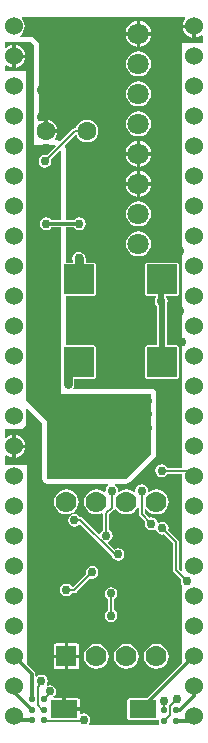
<source format=gtl>
G04 Layer_Physical_Order=1*
G04 Layer_Color=2232046*
%FSLAX24Y24*%
%MOIN*%
G70*
G01*
G75*
G04:AMPARAMS|DCode=10|XSize=20mil|YSize=20mil|CornerRadius=5mil|HoleSize=0mil|Usage=FLASHONLY|Rotation=270.000|XOffset=0mil|YOffset=0mil|HoleType=Round|Shape=RoundedRectangle|*
%AMROUNDEDRECTD10*
21,1,0.0200,0.0100,0,0,270.0*
21,1,0.0100,0.0200,0,0,270.0*
1,1,0.0100,-0.0050,-0.0050*
1,1,0.0100,-0.0050,0.0050*
1,1,0.0100,0.0050,0.0050*
1,1,0.0100,0.0050,-0.0050*
%
%ADD10ROUNDEDRECTD10*%
%ADD11R,0.0906X0.0591*%
%ADD12R,0.0984X0.0984*%
%ADD13C,0.0079*%
%ADD14C,0.0118*%
%ADD15C,0.0295*%
%ADD16C,0.0197*%
%ADD17C,0.0600*%
%ADD18C,0.0630*%
%ADD19C,0.0709*%
%ADD20R,0.0700X0.0700*%
%ADD21C,0.0700*%
%ADD22C,0.0295*%
G36*
X32677Y42362D02*
Y39055D01*
X33374D01*
X33393Y39009D01*
X33089Y38704D01*
X33031Y38716D01*
X32950Y38700D01*
X32882Y38654D01*
X32836Y38585D01*
X32820Y38504D01*
X32836Y38423D01*
X32882Y38354D01*
X32950Y38308D01*
X33031Y38292D01*
X33113Y38308D01*
X33181Y38354D01*
X33227Y38423D01*
X33243Y38504D01*
X33232Y38561D01*
X33536Y38866D01*
X33583Y38847D01*
Y36539D01*
X33239D01*
X33221Y36567D01*
X33152Y36613D01*
X33071Y36629D01*
X32990Y36613D01*
X32921Y36567D01*
X32875Y36498D01*
X32859Y36417D01*
X32875Y36336D01*
X32921Y36268D01*
X32990Y36222D01*
X33071Y36206D01*
X33152Y36222D01*
X33221Y36268D01*
X33239Y36296D01*
X33583D01*
Y31452D01*
X33578Y31427D01*
Y31073D01*
X33583Y31048D01*
Y30748D01*
X36575D01*
Y28740D01*
X35748Y27913D01*
X33110Y27913D01*
X33110Y29843D01*
X32402Y30551D01*
Y41260D01*
Y41496D01*
X31701D01*
Y41689D01*
X31751Y41714D01*
X31809Y41669D01*
X31901Y41631D01*
X31941Y41626D01*
Y42000D01*
Y42374D01*
X31901Y42369D01*
X31809Y42331D01*
X31751Y42286D01*
X31701Y42311D01*
Y42480D01*
X32559D01*
X32677Y42362D01*
D02*
G37*
G36*
X37714Y43249D02*
X37669Y43191D01*
X37631Y43099D01*
X37626Y43059D01*
X38000D01*
Y43000D01*
X38059D01*
Y42626D01*
X38099Y42631D01*
X38191Y42669D01*
X38249Y42714D01*
X38299Y42689D01*
Y42441D01*
X37598D01*
Y28290D01*
X37111D01*
X37079Y28339D01*
X37010Y28385D01*
X36929Y28401D01*
X36848Y28385D01*
X36779Y28339D01*
X36734Y28270D01*
X36717Y28189D01*
X36734Y28108D01*
X36779Y28039D01*
X36848Y27993D01*
X36929Y27977D01*
X37010Y27993D01*
X37079Y28039D01*
X37111Y28088D01*
X37598D01*
Y24877D01*
X37552Y24858D01*
X37503Y24907D01*
Y25817D01*
X37495Y25856D01*
X37473Y25889D01*
X37149Y26213D01*
X37161Y26270D01*
X37144Y26351D01*
X37099Y26419D01*
X37030Y26465D01*
X36949Y26481D01*
X36868Y26465D01*
X36833Y26442D01*
X36777Y26465D01*
X36770Y26498D01*
X36725Y26567D01*
X36656Y26613D01*
X36575Y26629D01*
X36518Y26618D01*
X36361Y26774D01*
Y26901D01*
X36411Y26918D01*
X36458Y26858D01*
X36543Y26792D01*
X36643Y26751D01*
X36750Y26736D01*
X36857Y26751D01*
X36957Y26792D01*
X37042Y26858D01*
X37108Y26943D01*
X37149Y27043D01*
X37164Y27150D01*
X37149Y27257D01*
X37108Y27357D01*
X37042Y27442D01*
X36957Y27508D01*
X36857Y27549D01*
X36750Y27564D01*
X36643Y27549D01*
X36543Y27508D01*
X36516Y27487D01*
X36471Y27516D01*
X36472Y27520D01*
X36455Y27601D01*
X36410Y27669D01*
X36341Y27715D01*
X36260Y27731D01*
X36179Y27715D01*
X36110Y27669D01*
X36064Y27601D01*
X36048Y27520D01*
X36053Y27498D01*
X36007Y27469D01*
X35957Y27508D01*
X35857Y27549D01*
X35750Y27564D01*
X35643Y27549D01*
X35543Y27508D01*
X35517Y27488D01*
X35475Y27514D01*
X35476Y27520D01*
X35460Y27601D01*
X35414Y27669D01*
X35364Y27703D01*
X35379Y27753D01*
X35748D01*
X35809Y27765D01*
X35862Y27800D01*
X35862Y27800D01*
X36688Y28627D01*
X36723Y28679D01*
X36735Y28740D01*
X36735Y28740D01*
Y30748D01*
X36723Y30809D01*
X36688Y30862D01*
X36636Y30896D01*
X36575Y30909D01*
X33989D01*
X33963Y30959D01*
X33985Y30992D01*
X34001Y31073D01*
Y31254D01*
X34665D01*
X34711Y31273D01*
X34730Y31319D01*
Y32303D01*
X34711Y32349D01*
X34665Y32368D01*
X33743D01*
Y34010D01*
X34665D01*
X34711Y34029D01*
X34730Y34075D01*
Y35059D01*
X34711Y35105D01*
X34665Y35124D01*
X34385D01*
Y35246D01*
X34385Y35246D01*
X34369Y35327D01*
X34323Y35396D01*
X34303Y35415D01*
X34235Y35461D01*
X34154Y35477D01*
X34073Y35461D01*
X34004Y35415D01*
X33958Y35347D01*
X33942Y35266D01*
X33958Y35185D01*
X33962Y35179D01*
Y35124D01*
X33743D01*
Y36296D01*
X34005D01*
X34024Y36268D01*
X34092Y36222D01*
X34173Y36206D01*
X34254Y36222D01*
X34323Y36268D01*
X34369Y36336D01*
X34385Y36417D01*
X34369Y36498D01*
X34323Y36567D01*
X34254Y36613D01*
X34173Y36629D01*
X34092Y36613D01*
X34024Y36567D01*
X34005Y36539D01*
X33743D01*
Y38847D01*
X33731Y38908D01*
X33696Y38960D01*
X33689Y38968D01*
X33685Y39014D01*
X34044Y39373D01*
X34093Y39363D01*
X34111Y39319D01*
X34172Y39240D01*
X34250Y39180D01*
X34341Y39143D01*
X34439Y39130D01*
X34537Y39143D01*
X34628Y39180D01*
X34706Y39240D01*
X34766Y39319D01*
X34804Y39410D01*
X34817Y39508D01*
X34804Y39606D01*
X34766Y39697D01*
X34706Y39775D01*
X34628Y39835D01*
X34537Y39873D01*
X34439Y39886D01*
X34341Y39873D01*
X34250Y39835D01*
X34172Y39775D01*
X34111Y39697D01*
X34075Y39609D01*
X34035D01*
X33997Y39601D01*
X33964Y39580D01*
X33550Y39166D01*
X33488Y39169D01*
X33436Y39203D01*
X33393Y39212D01*
X33372Y39254D01*
X33371Y39266D01*
X33405Y39309D01*
X33445Y39405D01*
X33450Y39449D01*
X33061D01*
Y39508D01*
X33002D01*
Y39897D01*
X32958Y39891D01*
X32888Y39862D01*
X32838Y39892D01*
Y42362D01*
X32838Y42362D01*
X32826Y42424D01*
X32791Y42476D01*
X32791Y42476D01*
X32673Y42594D01*
X32620Y42629D01*
X32559Y42641D01*
X32559Y42641D01*
X32202D01*
X32191Y42665D01*
X32189Y42691D01*
X32257Y42743D01*
X32314Y42818D01*
X32351Y42906D01*
X32363Y43000D01*
X32351Y43094D01*
X32314Y43182D01*
X32262Y43249D01*
X32275Y43299D01*
X37689D01*
X37714Y43249D01*
D02*
G37*
G36*
X32950Y29776D02*
X32950Y27913D01*
X32962Y27852D01*
X32997Y27800D01*
X33049Y27765D01*
X33110Y27753D01*
X35149Y27753D01*
X35164Y27703D01*
X35114Y27669D01*
X35068Y27601D01*
X35052Y27520D01*
X35057Y27494D01*
X35012Y27466D01*
X34957Y27508D01*
X34857Y27549D01*
X34750Y27564D01*
X34643Y27549D01*
X34543Y27508D01*
X34458Y27442D01*
X34392Y27357D01*
X34351Y27257D01*
X34336Y27150D01*
X34351Y27043D01*
X34392Y26943D01*
X34458Y26858D01*
X34543Y26792D01*
X34643Y26751D01*
X34750Y26736D01*
X34857Y26751D01*
X34929Y26780D01*
X34934Y26779D01*
X34977Y26747D01*
Y26206D01*
X34929Y26173D01*
X34883Y26105D01*
X34878Y26080D01*
X34830Y26066D01*
X34289Y26607D01*
X34256Y26629D01*
X34218Y26637D01*
X34198D01*
X34165Y26685D01*
X34097Y26731D01*
X34016Y26747D01*
X33970Y26738D01*
X33946Y26733D01*
X33931Y26781D01*
X33957Y26792D01*
X34042Y26858D01*
X34108Y26943D01*
X34149Y27043D01*
X34164Y27150D01*
X34149Y27257D01*
X34108Y27357D01*
X34042Y27442D01*
X33957Y27508D01*
X33857Y27549D01*
X33750Y27564D01*
X33643Y27549D01*
X33543Y27508D01*
X33458Y27442D01*
X33392Y27357D01*
X33351Y27257D01*
X33336Y27150D01*
X33351Y27043D01*
X33392Y26943D01*
X33458Y26858D01*
X33543Y26792D01*
X33643Y26751D01*
X33750Y26736D01*
X33857Y26751D01*
X33902Y26769D01*
X33925Y26725D01*
X33905Y26711D01*
X33866Y26685D01*
X33820Y26616D01*
X33804Y26535D01*
X33820Y26454D01*
X33866Y26386D01*
X33935Y26340D01*
X34016Y26324D01*
X34097Y26340D01*
X34165Y26386D01*
X34167Y26388D01*
X34217Y26393D01*
X35272Y25338D01*
X35277Y25313D01*
X35323Y25244D01*
X35391Y25198D01*
X35472Y25182D01*
X35553Y25198D01*
X35622Y25244D01*
X35668Y25313D01*
X35684Y25394D01*
X35668Y25475D01*
X35622Y25543D01*
X35553Y25589D01*
X35472Y25605D01*
X35391Y25589D01*
X35341Y25555D01*
X35121Y25775D01*
X35135Y25823D01*
X35160Y25828D01*
X35228Y25874D01*
X35274Y25943D01*
X35290Y26024D01*
X35274Y26105D01*
X35228Y26173D01*
X35180Y26206D01*
Y26730D01*
X35336Y26885D01*
X35353Y26912D01*
X35385Y26920D01*
X35409Y26921D01*
X35458Y26858D01*
X35543Y26792D01*
X35643Y26751D01*
X35750Y26736D01*
X35857Y26751D01*
X35957Y26792D01*
X36042Y26858D01*
X36108Y26943D01*
X36109Y26944D01*
X36159Y26934D01*
Y26732D01*
X36166Y26694D01*
X36188Y26661D01*
X36374Y26474D01*
X36363Y26417D01*
X36379Y26336D01*
X36425Y26268D01*
X36494Y26222D01*
X36575Y26206D01*
X36656Y26222D01*
X36691Y26245D01*
X36747Y26222D01*
X36753Y26189D01*
X36799Y26120D01*
X36868Y26074D01*
X36949Y26058D01*
X37006Y26069D01*
X37300Y25775D01*
Y24865D01*
X37308Y24826D01*
X37330Y24794D01*
X37567Y24556D01*
X37556Y24499D01*
X37572Y24418D01*
X37598Y24379D01*
Y21770D01*
X36425Y20596D01*
X35846D01*
X35801Y20577D01*
X35782Y20531D01*
Y19941D01*
X35801Y19895D01*
X35846Y19876D01*
X36752D01*
X36793Y19893D01*
X36843Y19874D01*
Y19793D01*
X36851Y19751D01*
X36851Y19750D01*
X36824Y19701D01*
X34516D01*
X34493Y19751D01*
X34526Y19801D01*
X34542Y19882D01*
X34526Y19963D01*
X34480Y20032D01*
X34412Y20077D01*
X34331Y20094D01*
X34250Y20077D01*
X34239Y20070D01*
X34194Y20094D01*
Y20177D01*
X33661D01*
Y20236D01*
X33602D01*
Y20612D01*
X33331D01*
X33316Y20662D01*
X33339Y20677D01*
X33385Y20746D01*
X33401Y20827D01*
X33385Y20908D01*
X33339Y20976D01*
X33270Y21022D01*
X33189Y21038D01*
X33119Y21024D01*
X33093Y21051D01*
X33086Y21065D01*
X33109Y21100D01*
X33125Y21181D01*
X33109Y21262D01*
X33063Y21331D01*
X32994Y21377D01*
X32913Y21393D01*
X32832Y21377D01*
X32764Y21331D01*
X32757Y21321D01*
X32707Y21336D01*
Y21415D01*
X32698Y21461D01*
X32671Y21500D01*
X32671Y21500D01*
X32441Y21731D01*
Y28386D01*
X31701D01*
Y28689D01*
X31751Y28714D01*
X31809Y28669D01*
X31901Y28631D01*
X31941Y28626D01*
Y29000D01*
Y29374D01*
X31901Y29369D01*
X31809Y29331D01*
X31751Y29286D01*
X31701Y29311D01*
Y29567D01*
X32283D01*
X32402Y29685D01*
Y30259D01*
X32448Y30278D01*
X32950Y29776D01*
D02*
G37*
%LPC*%
G36*
X32059Y42374D02*
Y42059D01*
X32374D01*
X32369Y42099D01*
X32331Y42191D01*
X32270Y42270D01*
X32191Y42331D01*
X32099Y42369D01*
X32059Y42374D01*
D02*
G37*
G36*
X32374Y41941D02*
X32059D01*
Y41626D01*
X32099Y41631D01*
X32191Y41669D01*
X32270Y41730D01*
X32331Y41809D01*
X32369Y41901D01*
X32374Y41941D01*
D02*
G37*
G36*
X36150Y37168D02*
X36042Y37154D01*
X35941Y37112D01*
X35854Y37045D01*
X35788Y36959D01*
X35746Y36858D01*
X35732Y36750D01*
X35746Y36642D01*
X35788Y36541D01*
X35854Y36454D01*
X35941Y36388D01*
X36042Y36346D01*
X36150Y36332D01*
X36258Y36346D01*
X36359Y36388D01*
X36446Y36454D01*
X36512Y36541D01*
X36554Y36642D01*
X36568Y36750D01*
X36554Y36858D01*
X36512Y36959D01*
X36446Y37045D01*
X36359Y37112D01*
X36258Y37154D01*
X36150Y37168D01*
D02*
G37*
G36*
X36091Y37691D02*
X35721D01*
X35728Y37637D01*
X35772Y37532D01*
X35841Y37441D01*
X35932Y37372D01*
X36037Y37328D01*
X36091Y37321D01*
Y37691D01*
D02*
G37*
G36*
X36150Y36168D02*
X36042Y36154D01*
X35941Y36112D01*
X35854Y36045D01*
X35788Y35959D01*
X35746Y35858D01*
X35732Y35750D01*
X35746Y35642D01*
X35788Y35541D01*
X35854Y35454D01*
X35941Y35388D01*
X36042Y35346D01*
X36150Y35332D01*
X36258Y35346D01*
X36359Y35388D01*
X36446Y35454D01*
X36512Y35541D01*
X36554Y35642D01*
X36568Y35750D01*
X36554Y35858D01*
X36512Y35959D01*
X36446Y36045D01*
X36359Y36112D01*
X36258Y36154D01*
X36150Y36168D01*
D02*
G37*
G36*
X37421Y35124D02*
X36437D01*
X36391Y35105D01*
X36372Y35059D01*
Y34075D01*
X36391Y34029D01*
X36437Y34010D01*
X36748D01*
Y33961D01*
X36714Y33910D01*
X36698Y33829D01*
X36714Y33748D01*
X36760Y33679D01*
X36768Y33674D01*
Y32368D01*
X36437D01*
X36391Y32349D01*
X36372Y32303D01*
Y31319D01*
X36391Y31273D01*
X36437Y31254D01*
X37421D01*
X37467Y31273D01*
X37486Y31319D01*
Y32303D01*
X37467Y32349D01*
X37421Y32368D01*
X37091D01*
Y33726D01*
X37105Y33748D01*
X37121Y33829D01*
X37105Y33910D01*
X37071Y33961D01*
Y34010D01*
X37421D01*
X37467Y34029D01*
X37486Y34075D01*
Y35059D01*
X37467Y35105D01*
X37421Y35124D01*
D02*
G37*
G36*
X36579Y37691D02*
X36209D01*
Y37321D01*
X36263Y37328D01*
X36368Y37372D01*
X36459Y37441D01*
X36528Y37532D01*
X36572Y37637D01*
X36579Y37691D01*
D02*
G37*
G36*
X36091Y42691D02*
X35721D01*
X35728Y42637D01*
X35772Y42532D01*
X35841Y42441D01*
X35932Y42372D01*
X36037Y42328D01*
X36091Y42321D01*
Y42691D01*
D02*
G37*
G36*
X36150Y42168D02*
X36042Y42154D01*
X35941Y42112D01*
X35854Y42045D01*
X35788Y41959D01*
X35746Y41858D01*
X35732Y41750D01*
X35746Y41642D01*
X35788Y41541D01*
X35854Y41455D01*
X35941Y41388D01*
X36042Y41346D01*
X36150Y41332D01*
X36258Y41346D01*
X36359Y41388D01*
X36446Y41455D01*
X36512Y41541D01*
X36554Y41642D01*
X36568Y41750D01*
X36554Y41858D01*
X36512Y41959D01*
X36446Y42045D01*
X36359Y42112D01*
X36258Y42154D01*
X36150Y42168D01*
D02*
G37*
G36*
X36091Y43179D02*
X36037Y43172D01*
X35932Y43128D01*
X35841Y43059D01*
X35772Y42968D01*
X35728Y42863D01*
X35721Y42809D01*
X36091D01*
Y43179D01*
D02*
G37*
G36*
X36209D02*
Y42809D01*
X36579D01*
X36572Y42863D01*
X36528Y42968D01*
X36459Y43059D01*
X36368Y43128D01*
X36263Y43172D01*
X36209Y43179D01*
D02*
G37*
G36*
X36579Y42691D02*
X36209D01*
Y42321D01*
X36263Y42328D01*
X36368Y42372D01*
X36459Y42441D01*
X36528Y42532D01*
X36572Y42637D01*
X36579Y42691D01*
D02*
G37*
G36*
X37941Y42941D02*
X37626D01*
X37631Y42901D01*
X37669Y42809D01*
X37730Y42730D01*
X37809Y42669D01*
X37901Y42631D01*
X37941Y42626D01*
Y42941D01*
D02*
G37*
G36*
X36150Y41168D02*
X36042Y41154D01*
X35941Y41112D01*
X35854Y41045D01*
X35788Y40959D01*
X35746Y40858D01*
X35732Y40750D01*
X35746Y40642D01*
X35788Y40541D01*
X35854Y40454D01*
X35941Y40388D01*
X36042Y40346D01*
X36150Y40332D01*
X36258Y40346D01*
X36359Y40388D01*
X36446Y40454D01*
X36512Y40541D01*
X36554Y40642D01*
X36568Y40750D01*
X36554Y40858D01*
X36512Y40959D01*
X36446Y41045D01*
X36359Y41112D01*
X36258Y41154D01*
X36150Y41168D01*
D02*
G37*
G36*
X36091Y38691D02*
X35721D01*
X35728Y38637D01*
X35772Y38532D01*
X35841Y38441D01*
X35932Y38372D01*
X36037Y38328D01*
X36091Y38321D01*
Y38691D01*
D02*
G37*
G36*
X36579D02*
X36209D01*
Y38321D01*
X36263Y38328D01*
X36368Y38372D01*
X36459Y38441D01*
X36528Y38532D01*
X36572Y38637D01*
X36579Y38691D01*
D02*
G37*
G36*
X36091Y38179D02*
X36037Y38172D01*
X35932Y38128D01*
X35841Y38059D01*
X35772Y37968D01*
X35728Y37863D01*
X35721Y37809D01*
X36091D01*
Y38179D01*
D02*
G37*
G36*
X36209D02*
Y37809D01*
X36579D01*
X36572Y37863D01*
X36528Y37968D01*
X36459Y38059D01*
X36368Y38128D01*
X36263Y38172D01*
X36209Y38179D01*
D02*
G37*
G36*
X36150Y40168D02*
X36042Y40154D01*
X35941Y40112D01*
X35854Y40045D01*
X35788Y39959D01*
X35746Y39858D01*
X35732Y39750D01*
X35746Y39642D01*
X35788Y39541D01*
X35854Y39454D01*
X35941Y39388D01*
X36042Y39346D01*
X36150Y39332D01*
X36258Y39346D01*
X36359Y39388D01*
X36446Y39454D01*
X36512Y39541D01*
X36554Y39642D01*
X36568Y39750D01*
X36554Y39858D01*
X36512Y39959D01*
X36446Y40045D01*
X36359Y40112D01*
X36258Y40154D01*
X36150Y40168D01*
D02*
G37*
G36*
X33120Y39897D02*
Y39567D01*
X33450D01*
X33445Y39611D01*
X33405Y39706D01*
X33342Y39789D01*
X33260Y39852D01*
X33164Y39891D01*
X33120Y39897D01*
D02*
G37*
G36*
X36091Y39179D02*
X36037Y39172D01*
X35932Y39128D01*
X35841Y39059D01*
X35772Y38968D01*
X35728Y38863D01*
X35721Y38809D01*
X36091D01*
Y39179D01*
D02*
G37*
G36*
X36209D02*
Y38809D01*
X36579D01*
X36572Y38863D01*
X36528Y38968D01*
X36459Y39059D01*
X36368Y39128D01*
X36263Y39172D01*
X36209Y39179D01*
D02*
G37*
G36*
X32374Y28941D02*
X32059D01*
Y28626D01*
X32099Y28631D01*
X32191Y28669D01*
X32270Y28730D01*
X32331Y28809D01*
X32369Y28901D01*
X32374Y28941D01*
D02*
G37*
G36*
X34606Y25015D02*
X34525Y24999D01*
X34457Y24953D01*
X34411Y24884D01*
X34395Y24803D01*
X34406Y24746D01*
X33974Y24314D01*
X33922D01*
X33890Y24362D01*
X33821Y24408D01*
X33740Y24424D01*
X33659Y24408D01*
X33590Y24362D01*
X33545Y24294D01*
X33528Y24213D01*
X33545Y24132D01*
X33590Y24063D01*
X33659Y24017D01*
X33740Y24001D01*
X33821Y24017D01*
X33890Y24063D01*
X33922Y24111D01*
X34016D01*
X34055Y24119D01*
X34087Y24141D01*
X34549Y24603D01*
X34606Y24591D01*
X34687Y24608D01*
X34756Y24653D01*
X34802Y24722D01*
X34818Y24803D01*
X34802Y24884D01*
X34756Y24953D01*
X34687Y24999D01*
X34606Y25015D01*
D02*
G37*
G36*
X32059Y29374D02*
Y29059D01*
X32374D01*
X32369Y29099D01*
X32331Y29191D01*
X32270Y29270D01*
X32191Y29331D01*
X32099Y29369D01*
X32059Y29374D01*
D02*
G37*
G36*
X34180Y21941D02*
X33809D01*
Y21570D01*
X34100D01*
X34131Y21576D01*
X34157Y21593D01*
X34174Y21619D01*
X34180Y21650D01*
Y21941D01*
D02*
G37*
G36*
X34750Y22414D02*
X34643Y22399D01*
X34543Y22358D01*
X34458Y22292D01*
X34392Y22207D01*
X34351Y22107D01*
X34336Y22000D01*
X34351Y21893D01*
X34392Y21793D01*
X34458Y21708D01*
X34543Y21642D01*
X34643Y21601D01*
X34750Y21586D01*
X34857Y21601D01*
X34957Y21642D01*
X35042Y21708D01*
X35108Y21793D01*
X35149Y21893D01*
X35164Y22000D01*
X35149Y22107D01*
X35108Y22207D01*
X35042Y22292D01*
X34957Y22358D01*
X34857Y22399D01*
X34750Y22414D01*
D02*
G37*
G36*
X34114Y20612D02*
X33720D01*
Y20295D01*
X34194D01*
Y20531D01*
X34188Y20562D01*
X34171Y20588D01*
X34145Y20606D01*
X34114Y20612D01*
D02*
G37*
G36*
X33691Y21941D02*
X33320D01*
Y21650D01*
X33326Y21619D01*
X33343Y21593D01*
X33369Y21576D01*
X33400Y21570D01*
X33691D01*
Y21941D01*
D02*
G37*
G36*
X35750Y22414D02*
X35643Y22399D01*
X35543Y22358D01*
X35458Y22292D01*
X35392Y22207D01*
X35351Y22107D01*
X35336Y22000D01*
X35351Y21893D01*
X35392Y21793D01*
X35458Y21708D01*
X35543Y21642D01*
X35643Y21601D01*
X35750Y21586D01*
X35857Y21601D01*
X35957Y21642D01*
X36042Y21708D01*
X36108Y21793D01*
X36149Y21893D01*
X36164Y22000D01*
X36149Y22107D01*
X36108Y22207D01*
X36042Y22292D01*
X35957Y22358D01*
X35857Y22399D01*
X35750Y22414D01*
D02*
G37*
G36*
X34100Y22430D02*
X33809D01*
Y22059D01*
X34180D01*
Y22350D01*
X34174Y22381D01*
X34157Y22407D01*
X34131Y22424D01*
X34100Y22430D01*
D02*
G37*
G36*
X35236Y24306D02*
X35155Y24290D01*
X35087Y24244D01*
X35041Y24176D01*
X35025Y24094D01*
X35041Y24013D01*
X35087Y23945D01*
X35135Y23912D01*
Y23528D01*
X35087Y23496D01*
X35041Y23427D01*
X35025Y23346D01*
X35041Y23265D01*
X35087Y23197D01*
X35155Y23151D01*
X35236Y23135D01*
X35317Y23151D01*
X35386Y23197D01*
X35432Y23265D01*
X35448Y23346D01*
X35432Y23427D01*
X35386Y23496D01*
X35338Y23528D01*
Y23912D01*
X35386Y23945D01*
X35432Y24013D01*
X35448Y24094D01*
X35432Y24176D01*
X35386Y24244D01*
X35317Y24290D01*
X35236Y24306D01*
D02*
G37*
G36*
X36750Y22414D02*
X36643Y22399D01*
X36543Y22358D01*
X36458Y22292D01*
X36392Y22207D01*
X36351Y22107D01*
X36336Y22000D01*
X36351Y21893D01*
X36392Y21793D01*
X36458Y21708D01*
X36543Y21642D01*
X36643Y21601D01*
X36750Y21586D01*
X36857Y21601D01*
X36957Y21642D01*
X37042Y21708D01*
X37108Y21793D01*
X37149Y21893D01*
X37164Y22000D01*
X37149Y22107D01*
X37108Y22207D01*
X37042Y22292D01*
X36957Y22358D01*
X36857Y22399D01*
X36750Y22414D01*
D02*
G37*
G36*
X33691Y22430D02*
X33400D01*
X33369Y22424D01*
X33343Y22407D01*
X33326Y22381D01*
X33320Y22350D01*
Y22059D01*
X33691D01*
Y22430D01*
D02*
G37*
%LPD*%
D10*
X37405Y19843D02*
D03*
X37005D02*
D03*
X37405Y20197D02*
D03*
X37005D02*
D03*
X32585Y19872D02*
D03*
X32985D02*
D03*
X32585Y20226D02*
D03*
X32985D02*
D03*
X32585Y20581D02*
D03*
X32985D02*
D03*
D11*
X36299Y20236D02*
D03*
X33661D02*
D03*
D12*
X34173Y31811D02*
D03*
X36929D02*
D03*
Y34567D02*
D03*
X34173D02*
D03*
D13*
X33031Y38504D02*
X34035Y39508D01*
X37205Y20354D02*
X37441Y20591D01*
X37205Y20043D02*
Y20354D01*
X37005Y19843D02*
X37205Y20043D01*
X37005Y20509D02*
X37008Y20512D01*
X37005Y20197D02*
Y20509D01*
X37402Y24865D02*
Y25817D01*
X36949Y26270D02*
X37402Y25817D01*
X36260Y26732D02*
X36575Y26417D01*
X36260Y26732D02*
Y27520D01*
X35264Y26957D02*
Y27520D01*
X35079Y26772D02*
X35264Y26957D01*
X35079Y26024D02*
Y26772D01*
X37402Y24865D02*
X37768Y24499D01*
X36929Y28189D02*
X37811D01*
X38000Y28000D01*
X35359Y25394D02*
X35472D01*
X34218Y26535D02*
X35359Y25394D01*
X34016Y26535D02*
X34218D01*
X35236Y23346D02*
Y24094D01*
X34016Y24213D02*
X34606Y24803D01*
X33740Y24213D02*
X34016D01*
X34035Y39508D02*
X34439D01*
X32985Y20581D02*
X33189Y20784D01*
Y20827D01*
X32923Y20226D02*
X32985D01*
X32786Y20364D02*
X32923Y20226D01*
X32786Y20364D02*
Y20975D01*
X32913Y21102D01*
Y21181D01*
X32985Y19872D02*
X33016Y19842D01*
X34290D01*
X34331Y19882D01*
D14*
X37520Y20197D02*
X38000Y20677D01*
Y21000D01*
X37405Y20197D02*
X37520D01*
X36299Y20236D02*
Y20299D01*
X38000Y22000D01*
X32000Y20000D02*
X32128Y19872D01*
X32585D01*
X32000Y20812D02*
Y21000D01*
Y20812D02*
X32585Y20226D01*
X37405Y19843D02*
X37843D01*
X38000Y20000D01*
X33071Y36417D02*
X34173D01*
X32000Y22000D02*
X32585Y21415D01*
Y20581D02*
Y21415D01*
X38000Y21858D02*
Y22000D01*
D15*
X34154Y35266D02*
X34173Y35246D01*
Y34567D02*
Y35246D01*
X33789Y31427D02*
X34173Y31811D01*
X33789Y31073D02*
Y31427D01*
D16*
X36909Y33829D02*
X36929Y33809D01*
Y31811D02*
Y33809D01*
X36909Y33829D02*
Y34547D01*
X36929Y34567D01*
D17*
X32000Y27000D02*
D03*
Y28000D02*
D03*
Y29000D02*
D03*
Y43000D02*
D03*
Y42000D02*
D03*
Y41000D02*
D03*
X38000Y29000D02*
D03*
X32000Y26000D02*
D03*
Y25000D02*
D03*
Y24000D02*
D03*
Y23000D02*
D03*
Y22000D02*
D03*
Y21000D02*
D03*
Y20000D02*
D03*
X38000D02*
D03*
Y21000D02*
D03*
Y22000D02*
D03*
Y23000D02*
D03*
Y24000D02*
D03*
Y25000D02*
D03*
Y26000D02*
D03*
Y27000D02*
D03*
Y28000D02*
D03*
X32000Y40000D02*
D03*
Y39000D02*
D03*
Y38000D02*
D03*
Y37000D02*
D03*
Y36000D02*
D03*
Y35000D02*
D03*
Y34000D02*
D03*
Y33000D02*
D03*
Y32000D02*
D03*
Y31000D02*
D03*
Y30000D02*
D03*
X38000D02*
D03*
Y31000D02*
D03*
Y32000D02*
D03*
Y33000D02*
D03*
Y34000D02*
D03*
Y35000D02*
D03*
Y36000D02*
D03*
Y37000D02*
D03*
Y38000D02*
D03*
Y39000D02*
D03*
Y40000D02*
D03*
Y41000D02*
D03*
Y42000D02*
D03*
Y43000D02*
D03*
D18*
X33061Y39508D02*
D03*
X34439D02*
D03*
D19*
X36150Y35750D02*
D03*
Y36750D02*
D03*
Y37750D02*
D03*
Y38750D02*
D03*
Y39750D02*
D03*
Y40750D02*
D03*
Y41750D02*
D03*
Y42750D02*
D03*
D20*
X33750Y22000D02*
D03*
D21*
X34750D02*
D03*
X35750D02*
D03*
X36750D02*
D03*
X33750Y27150D02*
D03*
X34750D02*
D03*
X35750D02*
D03*
X36750D02*
D03*
D22*
X32520Y42283D02*
D03*
X35236Y28071D02*
D03*
X33228Y28622D02*
D03*
Y28110D02*
D03*
X34488D02*
D03*
X34016D02*
D03*
X36417Y29213D02*
D03*
X36457Y29606D02*
D03*
Y30079D02*
D03*
Y30512D02*
D03*
X35512Y28228D02*
D03*
X36181Y28937D02*
D03*
X34134Y30512D02*
D03*
X33937Y30118D02*
D03*
X32835Y36732D02*
D03*
X33434Y30709D02*
D03*
Y31614D02*
D03*
Y32520D02*
D03*
Y33425D02*
D03*
Y34331D02*
D03*
Y35236D02*
D03*
X33425Y36102D02*
D03*
Y36732D02*
D03*
X33434Y37402D02*
D03*
X33071Y38937D02*
D03*
X33434Y38465D02*
D03*
X32538Y39370D02*
D03*
Y40354D02*
D03*
Y41417D02*
D03*
X32913Y39961D02*
D03*
Y40866D02*
D03*
X33071Y41890D02*
D03*
Y42598D02*
D03*
X36142Y24094D02*
D03*
X36181Y25354D02*
D03*
X35984Y24409D02*
D03*
X32638Y26969D02*
D03*
X35197Y20748D02*
D03*
X33701Y21102D02*
D03*
X34370Y20591D02*
D03*
X35591Y20197D02*
D03*
X36220Y20945D02*
D03*
X32953Y22205D02*
D03*
Y23307D02*
D03*
X36850Y22717D02*
D03*
X36339D02*
D03*
X33976Y22598D02*
D03*
Y22992D02*
D03*
X33740Y23661D02*
D03*
X32913Y24370D02*
D03*
X34764Y25354D02*
D03*
X33898Y25472D02*
D03*
X32638Y28228D02*
D03*
Y28819D02*
D03*
Y29370D02*
D03*
X36220Y31102D02*
D03*
X37441Y30984D02*
D03*
X37598Y32480D02*
D03*
X37520Y33504D02*
D03*
X36181Y32008D02*
D03*
X34213Y33268D02*
D03*
X34921Y31890D02*
D03*
X35276Y31535D02*
D03*
X36417Y32874D02*
D03*
X35709Y32520D02*
D03*
X34213Y35945D02*
D03*
X34961Y34606D02*
D03*
X35591Y33898D02*
D03*
X35472Y36220D02*
D03*
X36732Y36142D02*
D03*
X37520Y35512D02*
D03*
X35433Y34803D02*
D03*
X35906Y35118D02*
D03*
X37244Y37008D02*
D03*
X36811D02*
D03*
X37244Y37520D02*
D03*
X36811D02*
D03*
X37244Y38031D02*
D03*
X36811D02*
D03*
X34606Y38386D02*
D03*
Y37913D02*
D03*
Y37441D02*
D03*
X34173Y36811D02*
D03*
X34528D02*
D03*
X34173Y38976D02*
D03*
X34803Y39055D02*
D03*
X35787Y39252D02*
D03*
X37244Y38543D02*
D03*
X36811D02*
D03*
X34528Y41024D02*
D03*
X37165Y41260D02*
D03*
X36772D02*
D03*
X36614Y43110D02*
D03*
X37008Y42717D02*
D03*
X37402D02*
D03*
X37008Y43110D02*
D03*
X37402D02*
D03*
X35236D02*
D03*
X34803D02*
D03*
X35236Y42677D02*
D03*
X34803D02*
D03*
X37441Y20591D02*
D03*
X37008Y20512D02*
D03*
X36909Y33829D02*
D03*
X34154Y35266D02*
D03*
X33789Y31073D02*
D03*
X36575Y26417D02*
D03*
X36260Y27520D02*
D03*
X35264D02*
D03*
X35079Y26024D02*
D03*
X35236Y24094D02*
D03*
X36949Y26270D02*
D03*
X37768Y24499D02*
D03*
X34606Y24803D02*
D03*
X36929Y28189D02*
D03*
X35472Y25394D02*
D03*
X34016Y26535D02*
D03*
X35236Y23346D02*
D03*
X33740Y24213D02*
D03*
X33031Y38504D02*
D03*
X34173Y36417D02*
D03*
X33071D02*
D03*
X33189Y20827D02*
D03*
X32913Y21181D02*
D03*
X34331Y19882D02*
D03*
M02*

</source>
